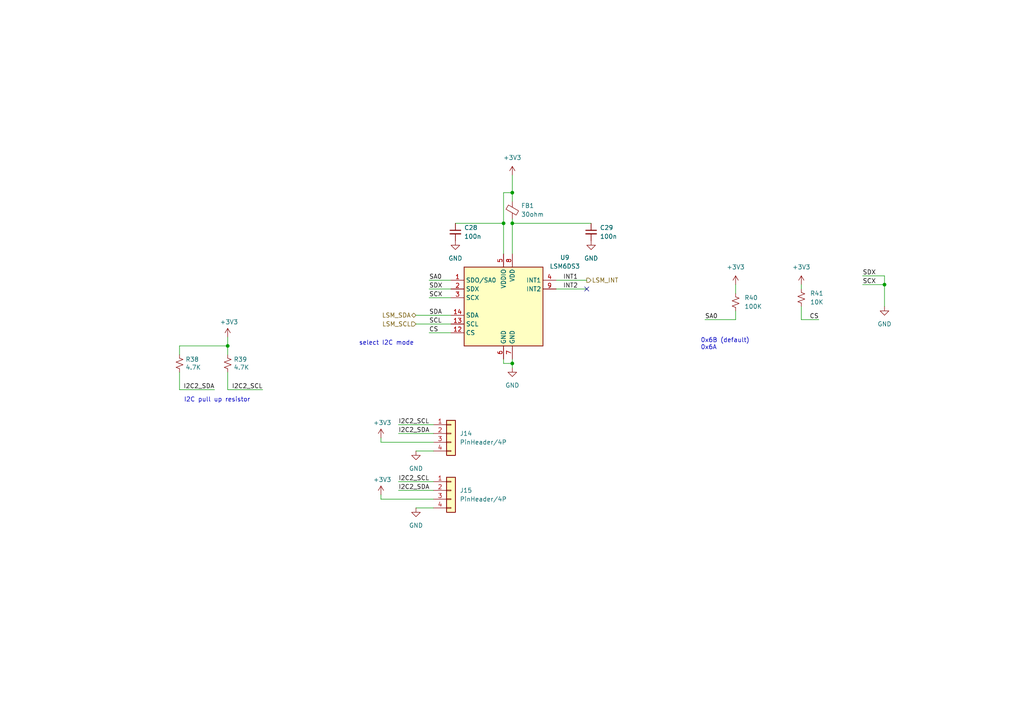
<source format=kicad_sch>
(kicad_sch (version 20211123) (generator eeschema)
  (paper "A4")
  (lib_symbols
    (symbol "Connector_Generic:Conn_01x04" (pin_names (offset 1.016) hide)
      (property "Reference" "J" (at 0 5.08 0))
      (property "Value" "Conn_01x04" (at 0 -7.62 0))
      (symbol "Conn_01x04_1_1"
        (rectangle (start -1.27 -4.953) (end 0 -5.207) (stroke (width 0.1524)))
        (rectangle (start -1.27 -2.413) (end 0 -2.667) (stroke (width 0.1524)))
        (rectangle (start -1.27 0.127) (end 0 -0.127) (stroke (width 0.1524)))
        (rectangle (start -1.27 2.667) (end 0 2.413) (stroke (width 0.1524)))
        (rectangle (start -1.27 3.81) (end 1.27 -6.35) (stroke (width 0.254)) (fill (type background)))
        (pin passive line (at -5.08 2.54 0) (length 3.81) (name "Pin_1") (number "1"))
        (pin passive line (at -5.08 0 0) (length 3.81) (name "Pin_2") (number "2"))
        (pin passive line (at -5.08 -2.54 0) (length 3.81) (name "Pin_3") (number "3"))
        (pin passive line (at -5.08 -5.08 0) (length 3.81) (name "Pin_4") (number "4"))
      )
    )
    (symbol "Device:C_Small" (pin_numbers hide) (pin_names (offset 0.254) hide)
      (property "Reference" "C" (at 0.254 1.778 0))
      (property "Value" "C_Small" (at 0.254 -2.032 0))
      (symbol "C_Small_0_1"
        (polyline (pts (xy -1.524 -0.508) (xy 1.524 -0.508)) (stroke (width 0.3302)))
        (polyline (pts (xy -1.524 0.508) (xy 1.524 0.508)) (stroke (width 0.3048)))
      )
      (symbol "C_Small_1_1"
        (pin passive line (at 0 2.54 270) (length 2.032) (name "~") (number "1"))
        (pin passive line (at 0 -2.54 90) (length 2.032) (name "~") (number "2"))
      )
    )
    (symbol "Device:FerriteBead_Small" (pin_numbers hide) (pin_names (offset 0))
      (property "Reference" "FB" (at 1.905 1.27 0))
      (property "Value" "FerriteBead_Small" (at 1.905 -1.27 0))
      (symbol "FerriteBead_Small_0_1"
        (polyline (pts (xy 0 -1.27) (xy 0 -0.7874)))
        (polyline (pts (xy 0 0.889) (xy 0 1.2954)))
        (polyline (pts (xy -1.8288 0.2794) (xy -1.1176 1.4986) (xy 1.8288 -0.2032) (xy 1.1176 -1.4224) (xy -1.8288 0.2794)))
      )
      (symbol "FerriteBead_Small_1_1"
        (pin passive line (at 0 2.54 270) (length 1.27) (name "~") (number "1"))
        (pin passive line (at 0 -2.54 90) (length 1.27) (name "~") (number "2"))
      )
    )
    (symbol "Device:R_Small_US" (pin_numbers hide) (pin_names (offset 0.254) hide)
      (property "Reference" "R" (at 0.762 0.508 0))
      (property "Value" "R_Small_US" (at 0.762 -1.016 0))
      (symbol "R_Small_US_1_1"
        (polyline (pts (xy 0 0) (xy 1.016 -0.381) (xy 0 -0.762) (xy -1.016 -1.143) (xy 0 -1.524)))
        (polyline (pts (xy 0 1.524) (xy 1.016 1.143) (xy 0 0.762) (xy -1.016 0.381) (xy 0 0)))
        (pin passive line (at 0 2.54 270) (length 1.016) (name "~") (number "1"))
        (pin passive line (at 0 -2.54 90) (length 1.016) (name "~") (number "2"))
      )
    )
    (symbol "Sensor_Motion:LSM6DS3"
      (property "Reference" "U" (at -11.43 15.24 0))
      (property "Value" "LSM6DS3" (at -11.43 12.7 0))
      (symbol "LSM6DS3_0_1"
        (rectangle (start 11.43 11.43) (end -11.43 -11.43) (stroke (width 0.254)) (fill (type background)))
      )
      (symbol "LSM6DS3_1_1"
        (pin bidirectional line (at -15.24 7.62 0) (length 3.81) (name "SDO/SA0") (number "1"))
        (pin no_connect line (at 10.16 -5.08 180) (length 3.81) hide (name "NC") (number "10"))
        (pin no_connect line (at 10.16 -2.54 180) (length 3.81) hide (name "NC") (number "11"))
        (pin input line (at -15.24 -7.62 0) (length 3.81) (name "CS") (number "12"))
        (pin input line (at -15.24 -5.08 0) (length 3.81) (name "SCL") (number "13"))
        (pin bidirectional line (at -15.24 -2.54 0) (length 3.81) (name "SDA") (number "14"))
        (pin bidirectional line (at -15.24 5.08 0) (length 3.81) (name "SDX") (number "2"))
        (pin input line (at -15.24 2.54 0) (length 3.81) (name "SCX") (number "3"))
        (pin output line (at 15.24 7.62 180) (length 3.81) (name "INT1") (number "4"))
        (pin power_in line (at 0 15.24 270) (length 3.81) (name "VDDIO") (number "5"))
        (pin power_in line (at 0 -15.24 90) (length 3.81) (name "GND") (number "6"))
        (pin power_in line (at 2.54 -15.24 90) (length 3.81) (name "GND") (number "7"))
        (pin power_in line (at 2.54 15.24 270) (length 3.81) (name "VDD") (number "8"))
        (pin output line (at 15.24 5.08 180) (length 3.81) (name "INT2") (number "9"))
      )
    )
    (symbol "power:+3.3V" (power) (pin_names (offset 0))
      (property "Value" "+3.3V" (at 0 3.556 0))
      (symbol "+3.3V_0_1"
        (polyline (pts (xy -0.762 1.27) (xy 0 2.54)))
        (polyline (pts (xy 0 0) (xy 0 2.54)))
        (polyline (pts (xy 0 2.54) (xy 0.762 1.27)))
      )
      (symbol "+3.3V_1_1"
        (pin power_in line (at 0 0 90) (length 0) hide (name "+3V3") (number "1"))
      )
    )
    (symbol "power:GND" (power) (pin_names (offset 0))
      (property "Value" "GND" (at 0 -3.81 0))
      (symbol "GND_0_1"
        (polyline (pts (xy 0 0) (xy 0 -1.27) (xy 1.27 -1.27) (xy 0 -2.54) (xy -1.27 -1.27) (xy 0 -1.27)))
      )
      (symbol "GND_1_1"
        (pin power_in line (at 0 0 270) (length 0) hide (name "GND") (number "1"))
      )
    )
  )
  (junction (at 146.05 64.77))
  (junction (at 148.59 55.88))
  (junction (at 148.59 64.77))
  (junction (at 148.59 105.41))
  (junction (at 256.54 82.55))
  (junction (at 66.04 100.33))
  (no_connect (at 170.18 83.82))
  (wire (pts (xy 213.36 90.17) (xy 213.36 92.71)))
  (wire (pts (xy 115.57 142.24) (xy 125.73 142.24)))
  (wire (pts (xy 110.49 127) (xy 110.49 128.27)))
  (wire (pts (xy 148.59 50.8) (xy 148.59 55.88)))
  (wire (pts (xy 213.36 85.09) (xy 213.36 82.55)))
  (wire (pts (xy 250.19 82.55) (xy 256.54 82.55)))
  (wire (pts (xy 124.46 81.28) (xy 130.81 81.28)))
  (wire (pts (xy 110.49 144.78) (xy 125.73 144.78)))
  (wire (pts (xy 115.57 125.73) (xy 125.73 125.73)))
  (wire (pts (xy 161.29 81.28) (xy 170.18 81.28)))
  (wire (pts (xy 124.46 86.36) (xy 130.81 86.36)))
  (wire (pts (xy 146.05 55.88) (xy 148.59 55.88)))
  (wire (pts (xy 146.05 73.66) (xy 146.05 64.77)))
  (wire (pts (xy 232.41 92.71) (xy 237.49 92.71)))
  (wire (pts (xy 146.05 104.14) (xy 146.05 105.41)))
  (wire (pts (xy 115.57 123.19) (xy 125.73 123.19)))
  (wire (pts (xy 66.04 100.33) (xy 66.04 102.87)))
  (wire (pts (xy 256.54 80.01) (xy 256.54 82.55)))
  (wire (pts (xy 124.46 96.52) (xy 130.81 96.52)))
  (wire (pts (xy 148.59 105.41) (xy 148.59 104.14)))
  (wire (pts (xy 52.07 100.33) (xy 66.04 100.33)))
  (wire (pts (xy 148.59 105.41) (xy 148.59 106.68)))
  (wire (pts (xy 66.04 107.95) (xy 66.04 113.03)))
  (wire (pts (xy 110.49 128.27) (xy 125.73 128.27)))
  (wire (pts (xy 52.07 100.33) (xy 52.07 102.87)))
  (wire (pts (xy 256.54 82.55) (xy 256.54 88.9)))
  (wire (pts (xy 132.08 64.77) (xy 146.05 64.77)))
  (wire (pts (xy 232.41 82.55) (xy 232.41 83.82)))
  (wire (pts (xy 120.65 91.44) (xy 130.81 91.44)))
  (wire (pts (xy 148.59 64.77) (xy 148.59 73.66)))
  (wire (pts (xy 62.23 113.03) (xy 52.07 113.03)))
  (wire (pts (xy 148.59 64.77) (xy 171.45 64.77)))
  (wire (pts (xy 124.46 83.82) (xy 130.81 83.82)))
  (wire (pts (xy 52.07 107.95) (xy 52.07 113.03)))
  (wire (pts (xy 161.29 83.82) (xy 170.18 83.82)))
  (wire (pts (xy 250.19 80.01) (xy 256.54 80.01)))
  (wire (pts (xy 120.65 93.98) (xy 130.81 93.98)))
  (wire (pts (xy 115.57 139.7) (xy 125.73 139.7)))
  (wire (pts (xy 232.41 88.9) (xy 232.41 92.71)))
  (wire (pts (xy 66.04 113.03) (xy 76.2 113.03)))
  (wire (pts (xy 146.05 105.41) (xy 148.59 105.41)))
  (wire (pts (xy 120.65 130.81) (xy 125.73 130.81)))
  (wire (pts (xy 146.05 55.88) (xy 146.05 64.77)))
  (wire (pts (xy 148.59 55.88) (xy 148.59 58.42)))
  (wire (pts (xy 120.65 147.32) (xy 125.73 147.32)))
  (wire (pts (xy 110.49 143.51) (xy 110.49 144.78)))
  (wire (pts (xy 204.47 92.71) (xy 213.36 92.71)))
  (wire (pts (xy 66.04 97.79) (xy 66.04 100.33)))
  (wire (pts (xy 148.59 63.5) (xy 148.59 64.77)))
  (text "select I2C mode" (at 104.098 100.3034 0) (effects (font (size 1.27 1.27)) (justify left bottom)))
  (text "0x6B (default)\n0x6A" (at 203.2 101.6 0) (effects (font (size 1.27 1.27)) (justify left bottom)))
  (text "I2C pull up resistor" (at 53.3274 116.7663 0) (effects (font (size 1.27 1.27)) (justify left bottom)))
  (label "SDX" (at 124.46 83.82 0))
  (label "SCX" (at 250.19 82.55 0))
  (label "INT2" (at 167.64 83.82 180))
  (label "I2C2_SDA" (at 62.23 113.03 180))
  (label "I2C2_SCL" (at 115.57 139.7 0))
  (label "SDA" (at 124.46 91.44 0))
  (label "CS" (at 124.46 96.52 0))
  (label "INT1" (at 167.64 81.28 180))
  (label "I2C2_SDA" (at 115.57 142.24 0))
  (label "SCL" (at 124.46 93.98 0))
  (label "SCX" (at 124.46 86.36 0))
  (label "I2C2_SDA" (at 115.57 125.73 0))
  (label "SDX" (at 250.19 80.01 0))
  (label "I2C2_SCL" (at 115.57 123.19 0))
  (label "I2C2_SCL" (at 76.2 113.03 180))
  (label "CS" (at 237.49 92.71 180))
  (label "SA0" (at 204.47 92.71 0))
  (label "SA0" (at 124.46 81.28 0))
  (hierarchical_label "LSM_SCL" (shape input) (at 120.65 93.98 180))
  (hierarchical_label "LSM_INT" (shape output) (at 170.18 81.28 0))
  (hierarchical_label "LSM_SDA" (shape bidirectional) (at 120.65 91.44 180))
  (symbol (lib_id "power:+3.3V") (at 148.59 50.8 0) (unit 1)
    (property "Reference" "#PWR076" (effects hide))
    (property "Value" "+3.3V" (at 148.59 45.72 0))
  )
  (symbol (lib_id "Device:C_Small") (at 132.08 67.31 0) (unit 1)
    (property "Reference" "C28" (at 134.62 66.0462 0) (effects (justify left)))
    (property "Value" "100n" (at 134.62 68.5862 0) (effects (justify left)))
    (property "Footprint" "Capacitor_SMD:C_0805_2012Metric" (effects hide))
  )
  (symbol (lib_id "power:GND") (at 120.65 130.81 0) (unit 1)
    (property "Reference" "#PWR073" (effects hide))
    (property "Value" "GND" (at 120.65 135.89 0))
  )
  (symbol (lib_id "Device:R_Small_US") (at 66.04 105.41 0) (unit 1)
    (property "Reference" "R39" (at 67.7672 104.2416 0) (effects (justify left)))
    (property "Value" "4.7K" (at 67.7672 106.553 0) (effects (justify left)))
    (property "Footprint" "Resistor_SMD:R_0603_1608Metric" (effects hide))
  )
  (symbol (lib_id "power:+3.3V") (at 66.04 97.79 0) (unit 1)
    (property "Reference" "#PWR070" (effects hide))
    (property "Value" "+3.3V" (at 66.421 93.3958 0))
  )
  (symbol (lib_id "Device:FerriteBead_Small") (at 148.59 60.96 0) (unit 1)
    (property "Reference" "FB1" (at 151.13 59.6518 0) (effects (justify left)))
    (property "Value" "30ohm" (at 151.13 62.1918 0) (effects (justify left)))
    (property "Footprint" "Resistor_SMD:R_0805_2012Metric" (effects hide))
  )
  (symbol (lib_id "power:GND") (at 148.59 106.68 0) (unit 1)
    (property "Reference" "#PWR077" (effects hide))
    (property "Value" "GND" (at 148.59 111.76 0))
  )
  (symbol (lib_id "power:+3.3V") (at 213.36 82.55 0) (unit 1)
    (property "Reference" "#PWR079" (effects hide))
    (property "Value" "+3.3V" (at 213.36 77.47 0))
  )
  (symbol (lib_id "Device:R_Small_US") (at 232.41 86.36 0) (unit 1)
    (property "Reference" "R41" (at 234.95 85.0899 0) (effects (justify left)))
    (property "Value" "10K" (at 234.95 87.6299 0) (effects (justify left)))
    (property "Footprint" "Resistor_SMD:R_0805_2012Metric" (effects hide))
  )
  (symbol (lib_id "Device:R_Small_US") (at 213.36 87.63 0) (unit 1)
    (property "Reference" "R40" (at 215.9 86.3599 0) (effects (justify left)))
    (property "Value" "100K" (at 215.9 88.8999 0) (effects (justify left)))
    (property "Footprint" "Resistor_SMD:R_0805_2012Metric" (effects hide))
  )
  (symbol (lib_id "Connector_Generic:Conn_01x04") (at 130.81 142.24 0) (unit 1)
    (property "Reference" "J15" (at 133.35 142.2399 0) (effects (justify left)))
    (property "Value" "PinHeader/4P" (at 133.35 144.7799 0) (effects (justify left)))
    (property "Footprint" "Connector_PinSocket_2.54mm:PinSocket_1x04_P2.54mm_Vertical" (effects hide))
  )
  (symbol (lib_id "power:GND") (at 171.45 69.85 0) (unit 1)
    (property "Reference" "#PWR078" (effects hide))
    (property "Value" "GND" (at 171.45 74.93 0))
  )
  (symbol (lib_id "power:GND") (at 120.65 147.32 0) (unit 1)
    (property "Reference" "#PWR074" (effects hide))
    (property "Value" "GND" (at 120.65 152.4 0))
  )
  (symbol (lib_id "Device:R_Small_US") (at 52.07 105.41 0) (unit 1)
    (property "Reference" "R38" (at 53.7972 104.2416 0) (effects (justify left)))
    (property "Value" "4.7K" (at 53.7972 106.553 0) (effects (justify left)))
    (property "Footprint" "Resistor_SMD:R_0603_1608Metric" (effects hide))
  )
  (symbol (lib_id "Device:C_Small") (at 171.45 67.31 0) (unit 1)
    (property "Reference" "C29" (at 173.99 66.0462 0) (effects (justify left)))
    (property "Value" "100n" (at 173.99 68.5862 0) (effects (justify left)))
    (property "Footprint" "Capacitor_SMD:C_0805_2012Metric" (effects hide))
  )
  (symbol (lib_id "Connector_Generic:Conn_01x04") (at 130.81 125.73 0) (unit 1)
    (property "Reference" "J14" (at 133.35 125.7299 0) (effects (justify left)))
    (property "Value" "PinHeader/4P" (at 133.35 128.2699 0) (effects (justify left)))
    (property "Footprint" "Connector_PinSocket_2.54mm:PinSocket_1x04_P2.54mm_Vertical" (effects hide))
  )
  (symbol (lib_id "power:+3.3V") (at 232.41 82.55 0) (unit 1)
    (property "Reference" "#PWR080" (effects hide))
    (property "Value" "+3.3V" (at 232.41 77.47 0))
  )
  (symbol (lib_id "power:GND") (at 132.08 69.85 0) (unit 1)
    (property "Reference" "#PWR075" (effects hide))
    (property "Value" "GND" (at 132.08 74.93 0))
  )
  (symbol (lib_id "power:+3.3V") (at 110.49 127 0) (unit 1)
    (property "Reference" "#PWR071" (effects hide))
    (property "Value" "+3.3V" (at 110.871 122.6058 0))
  )
  (symbol (lib_id "Sensor_Motion:LSM6DS3") (at 146.05 88.9 0) (unit 1)
    (property "Reference" "U9" (at 163.83 74.7012 0))
    (property "Value" "LSM6DS3" (at 163.83 77.2412 0))
    (property "Footprint" "Package_LGA:LGA-14_3x2.5mm_P0.5mm_LayoutBorder3x4y" (effects hide))
    (property "Datasheet" "www.st.com/resource/en/datasheet/lsm6ds3.pdf" (effects hide))
  )
  (symbol (lib_id "power:GND") (at 256.54 88.9 0) (unit 1)
    (property "Reference" "#PWR081" (effects hide))
    (property "Value" "GND" (at 256.54 93.98 0))
  )
  (symbol (lib_id "power:+3.3V") (at 110.49 143.51 0) (unit 1)
    (property "Reference" "#PWR072" (effects hide))
    (property "Value" "+3.3V" (at 110.871 139.1158 0))
  )
)
</source>
